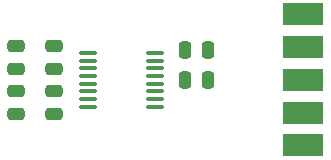
<source format=gtp>
%TF.GenerationSoftware,KiCad,Pcbnew,7.0.2-0*%
%TF.CreationDate,2023-11-06T23:03:35-08:00*%
%TF.ProjectId,uart-friend-232,75617274-2d66-4726-9965-6e642d323332,rev?*%
%TF.SameCoordinates,PX9765530PY6521e48*%
%TF.FileFunction,Paste,Top*%
%TF.FilePolarity,Positive*%
%FSLAX46Y46*%
G04 Gerber Fmt 4.6, Leading zero omitted, Abs format (unit mm)*
G04 Created by KiCad (PCBNEW 7.0.2-0) date 2023-11-06 23:03:35*
%MOMM*%
%LPD*%
G01*
G04 APERTURE LIST*
G04 Aperture macros list*
%AMRoundRect*
0 Rectangle with rounded corners*
0 $1 Rounding radius*
0 $2 $3 $4 $5 $6 $7 $8 $9 X,Y pos of 4 corners*
0 Add a 4 corners polygon primitive as box body*
4,1,4,$2,$3,$4,$5,$6,$7,$8,$9,$2,$3,0*
0 Add four circle primitives for the rounded corners*
1,1,$1+$1,$2,$3*
1,1,$1+$1,$4,$5*
1,1,$1+$1,$6,$7*
1,1,$1+$1,$8,$9*
0 Add four rect primitives between the rounded corners*
20,1,$1+$1,$2,$3,$4,$5,0*
20,1,$1+$1,$4,$5,$6,$7,0*
20,1,$1+$1,$6,$7,$8,$9,0*
20,1,$1+$1,$8,$9,$2,$3,0*%
G04 Aperture macros list end*
%ADD10RoundRect,0.100000X-0.637500X-0.100000X0.637500X-0.100000X0.637500X0.100000X-0.637500X0.100000X0*%
%ADD11R,3.480000X1.846667*%
%ADD12RoundRect,0.250000X-0.250000X-0.475000X0.250000X-0.475000X0.250000X0.475000X-0.250000X0.475000X0*%
%ADD13RoundRect,0.250000X0.475000X-0.250000X0.475000X0.250000X-0.475000X0.250000X-0.475000X-0.250000X0*%
%ADD14RoundRect,0.250000X-0.475000X0.250000X-0.475000X-0.250000X0.475000X-0.250000X0.475000X0.250000X0*%
G04 APERTURE END LIST*
D10*
%TO.C,U2*%
X15552500Y10530000D03*
X15552500Y9880000D03*
X15552500Y9230000D03*
X15552500Y8580000D03*
X15552500Y7930000D03*
X15552500Y7280000D03*
X15552500Y6630000D03*
X15552500Y5980000D03*
X21277500Y5980000D03*
X21277500Y6630000D03*
X21277500Y7280000D03*
X21277500Y7930000D03*
X21277500Y8580000D03*
X21277500Y9230000D03*
X21277500Y9880000D03*
X21277500Y10530000D03*
%TD*%
D11*
%TO.C,J1*%
X33785000Y13795000D03*
X33785000Y11025000D03*
X33785000Y8255000D03*
X33785000Y5485000D03*
X33785000Y2715000D03*
%TD*%
D12*
%TO.C,C6*%
X23815000Y10795000D03*
X25715000Y10795000D03*
%TD*%
%TO.C,C5*%
X23815000Y8255000D03*
X25715000Y8255000D03*
%TD*%
D13*
%TO.C,C4*%
X9525000Y5400000D03*
X9525000Y7300000D03*
%TD*%
%TO.C,C3*%
X12700000Y9210000D03*
X12700000Y11110000D03*
%TD*%
D14*
%TO.C,C2*%
X12700000Y7300000D03*
X12700000Y5400000D03*
%TD*%
%TO.C,C1*%
X9525000Y11110000D03*
X9525000Y9210000D03*
%TD*%
M02*

</source>
